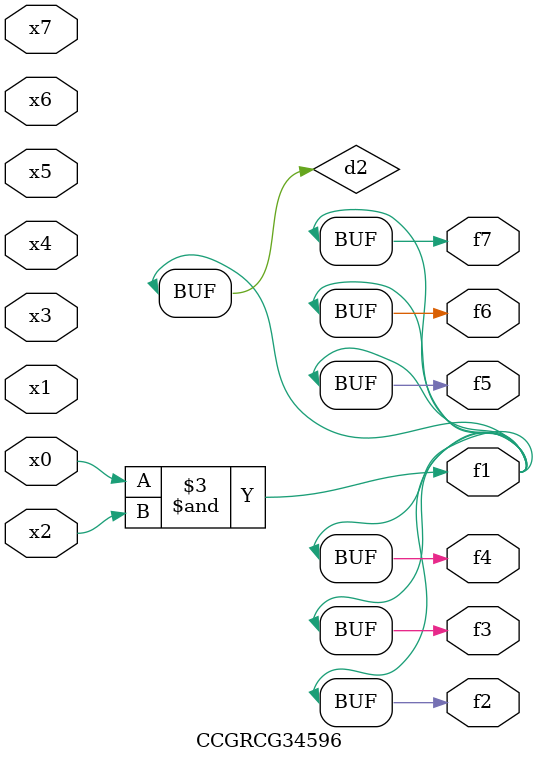
<source format=v>
module CCGRCG34596(
	input x0, x1, x2, x3, x4, x5, x6, x7,
	output f1, f2, f3, f4, f5, f6, f7
);

	wire d1, d2;

	nor (d1, x3, x6);
	and (d2, x0, x2);
	assign f1 = d2;
	assign f2 = d2;
	assign f3 = d2;
	assign f4 = d2;
	assign f5 = d2;
	assign f6 = d2;
	assign f7 = d2;
endmodule

</source>
